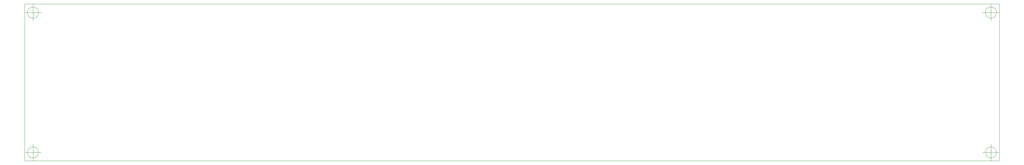
<source format=gbr>
%TF.GenerationSoftware,KiCad,Pcbnew,(6.0.10)*%
%TF.CreationDate,2022-12-26T18:21:33+01:00*%
%TF.ProjectId,AdapterBoard,41646170-7465-4724-926f-6172642e6b69,rev?*%
%TF.SameCoordinates,PX1360f00PY4fefde0*%
%TF.FileFunction,Profile,NP*%
%FSLAX46Y46*%
G04 Gerber Fmt 4.6, Leading zero omitted, Abs format (unit mm)*
G04 Created by KiCad (PCBNEW (6.0.10)) date 2022-12-26 18:21:33*
%MOMM*%
%LPD*%
G01*
G04 APERTURE LIST*
%TA.AperFunction,Profile*%
%ADD10C,0.100000*%
%TD*%
G04 APERTURE END LIST*
D10*
X0Y0D02*
X292100000Y0D01*
X292100000Y0D02*
X292100000Y-46990000D01*
X292100000Y-46990000D02*
X0Y-46990000D01*
X0Y-46990000D02*
X0Y0D01*
X291226666Y-44450000D02*
G75*
G03*
X291226666Y-44450000I-1666666J0D01*
G01*
X287060000Y-44450000D02*
X292060000Y-44450000D01*
X289560000Y-41950000D02*
X289560000Y-46950000D01*
X4206666Y-44450000D02*
G75*
G03*
X4206666Y-44450000I-1666666J0D01*
G01*
X40000Y-44450000D02*
X5040000Y-44450000D01*
X2540000Y-41950000D02*
X2540000Y-46950000D01*
X291226666Y-2540000D02*
G75*
G03*
X291226666Y-2540000I-1666666J0D01*
G01*
X287060000Y-2540000D02*
X292060000Y-2540000D01*
X289560000Y-40000D02*
X289560000Y-5040000D01*
X4206666Y-2540000D02*
G75*
G03*
X4206666Y-2540000I-1666666J0D01*
G01*
X40000Y-2540000D02*
X5040000Y-2540000D01*
X2540000Y-40000D02*
X2540000Y-5040000D01*
M02*

</source>
